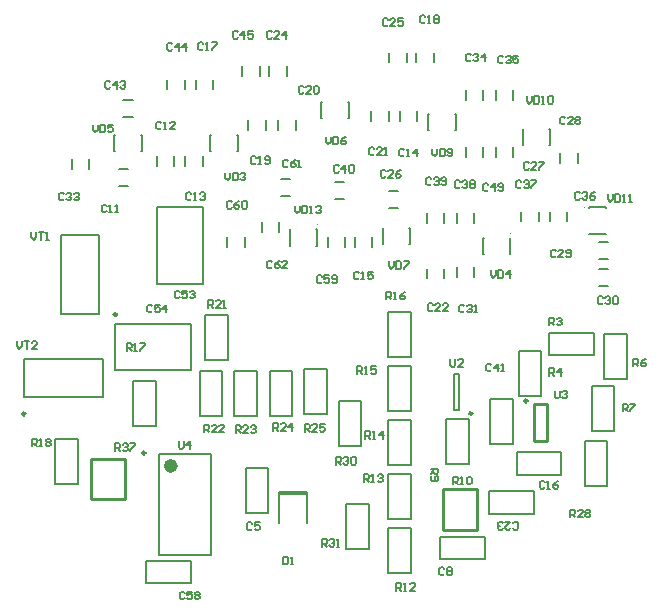
<source format=gto>
%FSLAX25Y25*%
%MOIN*%
G70*
G01*
G75*
G04 Layer_Color=65535*
%ADD10C,0.01000*%
%ADD11C,0.04000*%
%ADD12C,0.02000*%
%ADD13R,0.08661X0.03937*%
%ADD14R,0.08661X0.12992*%
G04:AMPARAMS|DCode=15|XSize=62.99mil|YSize=39.37mil|CornerRadius=9.84mil|HoleSize=0mil|Usage=FLASHONLY|Rotation=0.000|XOffset=0mil|YOffset=0mil|HoleType=Round|Shape=RoundedRectangle|*
%AMROUNDEDRECTD15*
21,1,0.06299,0.01969,0,0,0.0*
21,1,0.04331,0.03937,0,0,0.0*
1,1,0.01969,0.02165,-0.00984*
1,1,0.01969,-0.02165,-0.00984*
1,1,0.01969,-0.02165,0.00984*
1,1,0.01969,0.02165,0.00984*
%
%ADD15ROUNDEDRECTD15*%
G04:AMPARAMS|DCode=16|XSize=62.99mil|YSize=39.37mil|CornerRadius=9.84mil|HoleSize=0mil|Usage=FLASHONLY|Rotation=90.000|XOffset=0mil|YOffset=0mil|HoleType=Round|Shape=RoundedRectangle|*
%AMROUNDEDRECTD16*
21,1,0.06299,0.01969,0,0,90.0*
21,1,0.04331,0.03937,0,0,90.0*
1,1,0.01969,0.00984,0.02165*
1,1,0.01969,0.00984,-0.02165*
1,1,0.01969,-0.00984,-0.02165*
1,1,0.01969,-0.00984,0.02165*
%
%ADD16ROUNDEDRECTD16*%
%ADD17R,0.01378X0.04921*%
G04:AMPARAMS|DCode=18|XSize=47.24mil|YSize=59.06mil|CornerRadius=11.81mil|HoleSize=0mil|Usage=FLASHONLY|Rotation=0.000|XOffset=0mil|YOffset=0mil|HoleType=Round|Shape=RoundedRectangle|*
%AMROUNDEDRECTD18*
21,1,0.04724,0.03543,0,0,0.0*
21,1,0.02362,0.05906,0,0,0.0*
1,1,0.02362,0.01181,-0.01772*
1,1,0.02362,-0.01181,-0.01772*
1,1,0.02362,-0.01181,0.01772*
1,1,0.02362,0.01181,0.01772*
%
%ADD18ROUNDEDRECTD18*%
G04:AMPARAMS|DCode=19|XSize=47.24mil|YSize=59.06mil|CornerRadius=11.81mil|HoleSize=0mil|Usage=FLASHONLY|Rotation=270.000|XOffset=0mil|YOffset=0mil|HoleType=Round|Shape=RoundedRectangle|*
%AMROUNDEDRECTD19*
21,1,0.04724,0.03543,0,0,270.0*
21,1,0.02362,0.05906,0,0,270.0*
1,1,0.02362,-0.01772,-0.01181*
1,1,0.02362,-0.01772,0.01181*
1,1,0.02362,0.01772,0.01181*
1,1,0.02362,0.01772,-0.01181*
%
%ADD19ROUNDEDRECTD19*%
%ADD20O,0.06890X0.01772*%
%ADD21R,0.02362X0.01969*%
%ADD22R,0.04921X0.01378*%
%ADD23R,0.13780X0.04724*%
%ADD24R,0.04331X0.02559*%
%ADD25R,0.03937X0.08661*%
%ADD26R,0.12992X0.08661*%
%ADD27R,0.10236X0.06102*%
%ADD28R,0.04724X0.13780*%
%ADD29R,0.03937X0.01969*%
%ADD30C,0.11811*%
%ADD31C,0.00800*%
%ADD32C,0.23622*%
%ADD33C,0.05000*%
%ADD34R,0.05906X0.03150*%
%ADD35R,0.11811X0.08268*%
%ADD36R,0.07874X0.14764*%
%ADD37R,0.05118X0.02362*%
%ADD38R,0.12992X0.05512*%
%ADD39R,0.02559X0.04331*%
%ADD40R,0.07874X0.05906*%
%ADD41O,0.05000X0.02992*%
%ADD42R,0.03543X0.03740*%
%ADD43R,0.03543X0.03740*%
%ADD44O,0.07087X0.01181*%
%ADD45O,0.01181X0.07087*%
%ADD46O,0.08661X0.02362*%
%ADD47R,0.07480X0.13386*%
%ADD48R,0.13386X0.07480*%
%ADD49R,0.08268X0.11811*%
%ADD50R,0.03150X0.05906*%
%ADD51R,0.05512X0.03937*%
%ADD52R,0.03937X0.03347*%
%ADD53R,0.03937X0.05512*%
%ADD54R,0.01969X0.03937*%
%ADD55R,0.06299X0.13386*%
%ADD56R,0.13386X0.06299*%
%ADD57R,0.02362X0.05118*%
%ADD58O,0.09055X0.02362*%
%ADD59R,0.14764X0.07874*%
%ADD60C,0.00984*%
%ADD61C,0.00394*%
%ADD62C,0.02362*%
%ADD63C,0.00787*%
D10*
X348665Y187999D02*
G03*
X348665Y187999I-502J0D01*
G01*
X351116Y186907D02*
X355053D01*
Y174702D02*
Y186907D01*
X350722Y174702D02*
X355053D01*
X350722D02*
Y186907D01*
D31*
X183200Y244199D02*
Y242533D01*
X184033Y241700D01*
X184866Y242533D01*
Y244199D01*
X185699D02*
X187365D01*
X186532D01*
Y241700D01*
X188198D02*
X189031D01*
X188615D01*
Y244199D01*
X188198Y243783D01*
X194166Y256883D02*
X193750Y257299D01*
X192917D01*
X192500Y256883D01*
Y255217D01*
X192917Y254800D01*
X193750D01*
X194166Y255217D01*
X194999Y256883D02*
X195416Y257299D01*
X196249D01*
X196665Y256883D01*
Y256466D01*
X196249Y256050D01*
X195832D01*
X196249D01*
X196665Y255633D01*
Y255217D01*
X196249Y254800D01*
X195416D01*
X194999Y255217D01*
X197498Y256883D02*
X197915Y257299D01*
X198748D01*
X199164Y256883D01*
Y256466D01*
X198748Y256050D01*
X198331D01*
X198748D01*
X199164Y255633D01*
Y255217D01*
X198748Y254800D01*
X197915D01*
X197498Y255217D01*
X268866Y267983D02*
X268450Y268399D01*
X267617D01*
X267200Y267983D01*
Y266317D01*
X267617Y265900D01*
X268450D01*
X268866Y266317D01*
X271365Y268399D02*
X270532Y267983D01*
X269699Y267150D01*
Y266317D01*
X270116Y265900D01*
X270949D01*
X271365Y266317D01*
Y266733D01*
X270949Y267150D01*
X269699D01*
X272198Y265900D02*
X273031D01*
X272615D01*
Y268399D01*
X272198Y267983D01*
X263566Y234283D02*
X263150Y234699D01*
X262316D01*
X261900Y234283D01*
Y232616D01*
X262316Y232200D01*
X263150D01*
X263566Y232616D01*
X266065Y234699D02*
X265232Y234283D01*
X264399Y233450D01*
Y232616D01*
X264816Y232200D01*
X265649D01*
X266065Y232616D01*
Y233033D01*
X265649Y233450D01*
X264399D01*
X268565Y232200D02*
X266898D01*
X268565Y233866D01*
Y234283D01*
X268148Y234699D01*
X267315D01*
X266898Y234283D01*
X271100Y252999D02*
Y251333D01*
X271933Y250500D01*
X272766Y251333D01*
Y252999D01*
X273599D02*
Y250500D01*
X274849D01*
X275265Y250917D01*
Y252583D01*
X274849Y252999D01*
X273599D01*
X276098Y250500D02*
X276931D01*
X276515D01*
Y252999D01*
X276098Y252583D01*
X278181D02*
X278598Y252999D01*
X279431D01*
X279847Y252583D01*
Y252166D01*
X279431Y251750D01*
X279014D01*
X279431D01*
X279847Y251333D01*
Y250917D01*
X279431Y250500D01*
X278598D01*
X278181Y250917D01*
X280166Y229383D02*
X279750Y229799D01*
X278917D01*
X278500Y229383D01*
Y227716D01*
X278917Y227300D01*
X279750D01*
X280166Y227716D01*
X282665Y229799D02*
X280999D01*
Y228550D01*
X281832Y228966D01*
X282249D01*
X282665Y228550D01*
Y227716D01*
X282249Y227300D01*
X281416D01*
X280999Y227716D01*
X283498D02*
X283915Y227300D01*
X284748D01*
X285164Y227716D01*
Y229383D01*
X284748Y229799D01*
X283915D01*
X283498Y229383D01*
Y228966D01*
X283915Y228550D01*
X285164D01*
X343834Y145517D02*
X344250Y145101D01*
X345083D01*
X345500Y145517D01*
Y147184D01*
X345083Y147600D01*
X344250D01*
X343834Y147184D01*
X341335Y147600D02*
X343001D01*
X341335Y145934D01*
Y145517D01*
X341751Y145101D01*
X342584D01*
X343001Y145517D01*
X340502D02*
X340085Y145101D01*
X339252D01*
X338836Y145517D01*
Y145934D01*
X339252Y146350D01*
X339669D01*
X339252D01*
X338836Y146767D01*
Y147184D01*
X339252Y147600D01*
X340085D01*
X340502Y147184D01*
X336666Y199883D02*
X336250Y200299D01*
X335417D01*
X335000Y199883D01*
Y198216D01*
X335417Y197800D01*
X336250D01*
X336666Y198216D01*
X338749Y197800D02*
Y200299D01*
X337499Y199050D01*
X339165D01*
X339998Y197800D02*
X340831D01*
X340415D01*
Y200299D01*
X339998Y199883D01*
X363000Y149200D02*
Y151699D01*
X364250D01*
X364666Y151283D01*
Y150450D01*
X364250Y150033D01*
X363000D01*
X363833D02*
X364666Y149200D01*
X367165D02*
X365499D01*
X367165Y150866D01*
Y151283D01*
X366749Y151699D01*
X365916D01*
X365499Y151283D01*
X367998D02*
X368415Y151699D01*
X369248D01*
X369665Y151283D01*
Y150866D01*
X369248Y150450D01*
X369665Y150033D01*
Y149617D01*
X369248Y149200D01*
X368415D01*
X367998Y149617D01*
Y150033D01*
X368415Y150450D01*
X367998Y150866D01*
Y151283D01*
X368415Y150450D02*
X369248D01*
X234366Y123983D02*
X233950Y124399D01*
X233117D01*
X232700Y123983D01*
Y122317D01*
X233117Y121900D01*
X233950D01*
X234366Y122317D01*
X236865Y124399D02*
X235199D01*
Y123150D01*
X236032Y123566D01*
X236449D01*
X236865Y123150D01*
Y122317D01*
X236449Y121900D01*
X235616D01*
X235199Y122317D01*
X237698Y123983D02*
X238115Y124399D01*
X238948D01*
X239365Y123983D01*
Y123566D01*
X238948Y123150D01*
X239365Y122733D01*
Y122317D01*
X238948Y121900D01*
X238115D01*
X237698Y122317D01*
Y122733D01*
X238115Y123150D01*
X237698Y123566D01*
Y123983D01*
X238115Y123150D02*
X238948D01*
X232400Y174599D02*
Y172517D01*
X232817Y172100D01*
X233650D01*
X234066Y172517D01*
Y174599D01*
X236149Y172100D02*
Y174599D01*
X234899Y173350D01*
X236565D01*
X209666Y294183D02*
X209250Y294599D01*
X208417D01*
X208000Y294183D01*
Y292516D01*
X208417Y292100D01*
X209250D01*
X209666Y292516D01*
X211749Y292100D02*
Y294599D01*
X210499Y293350D01*
X212165D01*
X212998Y294183D02*
X213415Y294599D01*
X214248D01*
X214665Y294183D01*
Y293766D01*
X214248Y293350D01*
X213831D01*
X214248D01*
X214665Y292933D01*
Y292516D01*
X214248Y292100D01*
X213415D01*
X212998Y292516D01*
X211200Y171300D02*
Y173799D01*
X212450D01*
X212866Y173383D01*
Y172550D01*
X212450Y172133D01*
X211200D01*
X212033D02*
X212866Y171300D01*
X213699Y173383D02*
X214116Y173799D01*
X214949D01*
X215365Y173383D01*
Y172966D01*
X214949Y172550D01*
X214532D01*
X214949D01*
X215365Y172133D01*
Y171716D01*
X214949Y171300D01*
X214116D01*
X213699Y171716D01*
X216198Y173799D02*
X217864D01*
Y173383D01*
X216198Y171716D01*
Y171300D01*
X280100Y139400D02*
Y141899D01*
X281350D01*
X281766Y141483D01*
Y140650D01*
X281350Y140233D01*
X280100D01*
X280933D02*
X281766Y139400D01*
X282599Y141483D02*
X283016Y141899D01*
X283849D01*
X284265Y141483D01*
Y141066D01*
X283849Y140650D01*
X283432D01*
X283849D01*
X284265Y140233D01*
Y139816D01*
X283849Y139400D01*
X283016D01*
X282599Y139816D01*
X285098Y139400D02*
X285931D01*
X285515D01*
Y141899D01*
X285098Y141483D01*
X284800Y166700D02*
Y169199D01*
X286050D01*
X286466Y168783D01*
Y167950D01*
X286050Y167533D01*
X284800D01*
X285633D02*
X286466Y166700D01*
X287299Y168783D02*
X287716Y169199D01*
X288549D01*
X288965Y168783D01*
Y168366D01*
X288549Y167950D01*
X288132D01*
X288549D01*
X288965Y167533D01*
Y167116D01*
X288549Y166700D01*
X287716D01*
X287299Y167116D01*
X289798Y168783D02*
X290215Y169199D01*
X291048D01*
X291464Y168783D01*
Y167116D01*
X291048Y166700D01*
X290215D01*
X289798Y167116D01*
Y168783D01*
X354366Y160783D02*
X353950Y161199D01*
X353116D01*
X352700Y160783D01*
Y159116D01*
X353116Y158700D01*
X353950D01*
X354366Y159116D01*
X355199Y158700D02*
X356032D01*
X355616D01*
Y161199D01*
X355199Y160783D01*
X358948Y161199D02*
X358115Y160783D01*
X357282Y159950D01*
Y159116D01*
X357698Y158700D01*
X358531D01*
X358948Y159116D01*
Y159533D01*
X358531Y159950D01*
X357282D01*
X335666Y260083D02*
X335250Y260499D01*
X334417D01*
X334000Y260083D01*
Y258417D01*
X334417Y258000D01*
X335250D01*
X335666Y258417D01*
X337749Y258000D02*
Y260499D01*
X336499Y259250D01*
X338165D01*
X338998Y258417D02*
X339415Y258000D01*
X340248D01*
X340665Y258417D01*
Y260083D01*
X340248Y260499D01*
X339415D01*
X338998Y260083D01*
Y259666D01*
X339415Y259250D01*
X340665D01*
X252166Y310783D02*
X251750Y311199D01*
X250917D01*
X250500Y310783D01*
Y309117D01*
X250917Y308700D01*
X251750D01*
X252166Y309117D01*
X254249Y308700D02*
Y311199D01*
X252999Y309950D01*
X254665D01*
X257165Y311199D02*
X255498D01*
Y309950D01*
X256331Y310366D01*
X256748D01*
X257165Y309950D01*
Y309117D01*
X256748Y308700D01*
X255915D01*
X255498Y309117D01*
X230316Y306833D02*
X229900Y307249D01*
X229066D01*
X228650Y306833D01*
Y305167D01*
X229066Y304750D01*
X229900D01*
X230316Y305167D01*
X232399Y304750D02*
Y307249D01*
X231149Y306000D01*
X232815D01*
X234898Y304750D02*
Y307249D01*
X233648Y306000D01*
X235314D01*
X375500Y256799D02*
Y255133D01*
X376333Y254300D01*
X377166Y255133D01*
Y256799D01*
X377999D02*
Y254300D01*
X379249D01*
X379665Y254716D01*
Y256383D01*
X379249Y256799D01*
X377999D01*
X380498Y254300D02*
X381331D01*
X380915D01*
Y256799D01*
X380498Y256383D01*
X382581Y254300D02*
X383414D01*
X382998D01*
Y256799D01*
X382581Y256383D01*
X348400Y289599D02*
Y287933D01*
X349233Y287100D01*
X350066Y287933D01*
Y289599D01*
X350899D02*
Y287100D01*
X352149D01*
X352565Y287516D01*
Y289183D01*
X352149Y289599D01*
X350899D01*
X353398Y287100D02*
X354231D01*
X353815D01*
Y289599D01*
X353398Y289183D01*
X355481D02*
X355898Y289599D01*
X356731D01*
X357147Y289183D01*
Y287516D01*
X356731Y287100D01*
X355898D01*
X355481Y287516D01*
Y289183D01*
X317000Y271999D02*
Y270333D01*
X317833Y269500D01*
X318666Y270333D01*
Y271999D01*
X319499D02*
Y269500D01*
X320749D01*
X321165Y269917D01*
Y271583D01*
X320749Y271999D01*
X319499D01*
X321998Y269917D02*
X322415Y269500D01*
X323248D01*
X323664Y269917D01*
Y271583D01*
X323248Y271999D01*
X322415D01*
X321998Y271583D01*
Y271166D01*
X322415Y270750D01*
X323664D01*
X285766Y266183D02*
X285350Y266599D01*
X284517D01*
X284100Y266183D01*
Y264516D01*
X284517Y264100D01*
X285350D01*
X285766Y264516D01*
X287849Y264100D02*
Y266599D01*
X286599Y265350D01*
X288265D01*
X289098Y266183D02*
X289515Y266599D01*
X290348D01*
X290764Y266183D01*
Y264516D01*
X290348Y264100D01*
X289515D01*
X289098Y264516D01*
Y266183D01*
X316666Y262083D02*
X316250Y262499D01*
X315417D01*
X315000Y262083D01*
Y260417D01*
X315417Y260000D01*
X316250D01*
X316666Y260417D01*
X317499Y262083D02*
X317916Y262499D01*
X318749D01*
X319165Y262083D01*
Y261666D01*
X318749Y261250D01*
X318332D01*
X318749D01*
X319165Y260833D01*
Y260417D01*
X318749Y260000D01*
X317916D01*
X317499Y260417D01*
X319998D02*
X320415Y260000D01*
X321248D01*
X321665Y260417D01*
Y262083D01*
X321248Y262499D01*
X320415D01*
X319998Y262083D01*
Y261666D01*
X320415Y261250D01*
X321665D01*
X326166Y261083D02*
X325750Y261499D01*
X324917D01*
X324500Y261083D01*
Y259417D01*
X324917Y259000D01*
X325750D01*
X326166Y259417D01*
X326999Y261083D02*
X327416Y261499D01*
X328249D01*
X328665Y261083D01*
Y260666D01*
X328249Y260250D01*
X327832D01*
X328249D01*
X328665Y259833D01*
Y259417D01*
X328249Y259000D01*
X327416D01*
X326999Y259417D01*
X329498Y261083D02*
X329915Y261499D01*
X330748D01*
X331165Y261083D01*
Y260666D01*
X330748Y260250D01*
X331165Y259833D01*
Y259417D01*
X330748Y259000D01*
X329915D01*
X329498Y259417D01*
Y259833D01*
X329915Y260250D01*
X329498Y260666D01*
Y261083D01*
X329915Y260250D02*
X330748D01*
X346666Y261083D02*
X346250Y261499D01*
X345416D01*
X345000Y261083D01*
Y259417D01*
X345416Y259000D01*
X346250D01*
X346666Y259417D01*
X347499Y261083D02*
X347916Y261499D01*
X348749D01*
X349165Y261083D01*
Y260666D01*
X348749Y260250D01*
X348332D01*
X348749D01*
X349165Y259833D01*
Y259417D01*
X348749Y259000D01*
X347916D01*
X347499Y259417D01*
X349998Y261499D02*
X351664D01*
Y261083D01*
X349998Y259417D01*
Y259000D01*
X366166Y257183D02*
X365750Y257599D01*
X364916D01*
X364500Y257183D01*
Y255517D01*
X364916Y255100D01*
X365750D01*
X366166Y255517D01*
X366999Y257183D02*
X367416Y257599D01*
X368249D01*
X368665Y257183D01*
Y256766D01*
X368249Y256350D01*
X367832D01*
X368249D01*
X368665Y255933D01*
Y255517D01*
X368249Y255100D01*
X367416D01*
X366999Y255517D01*
X371164Y257599D02*
X370331Y257183D01*
X369498Y256350D01*
Y255517D01*
X369915Y255100D01*
X370748D01*
X371164Y255517D01*
Y255933D01*
X370748Y256350D01*
X369498D01*
X340666Y302583D02*
X340250Y302999D01*
X339417D01*
X339000Y302583D01*
Y300917D01*
X339417Y300500D01*
X340250D01*
X340666Y300917D01*
X341499Y302583D02*
X341916Y302999D01*
X342749D01*
X343165Y302583D01*
Y302166D01*
X342749Y301750D01*
X342332D01*
X342749D01*
X343165Y301333D01*
Y300917D01*
X342749Y300500D01*
X341916D01*
X341499Y300917D01*
X345665Y302999D02*
X343998D01*
Y301750D01*
X344831Y302166D01*
X345248D01*
X345665Y301750D01*
Y300917D01*
X345248Y300500D01*
X344415D01*
X343998Y300917D01*
X329816Y303333D02*
X329400Y303749D01*
X328567D01*
X328150Y303333D01*
Y301666D01*
X328567Y301250D01*
X329400D01*
X329816Y301666D01*
X330649Y303333D02*
X331066Y303749D01*
X331899D01*
X332315Y303333D01*
Y302916D01*
X331899Y302500D01*
X331482D01*
X331899D01*
X332315Y302083D01*
Y301666D01*
X331899Y301250D01*
X331066D01*
X330649Y301666D01*
X334398Y301250D02*
Y303749D01*
X333148Y302500D01*
X334815D01*
X327666Y219583D02*
X327250Y219999D01*
X326416D01*
X326000Y219583D01*
Y217916D01*
X326416Y217500D01*
X327250D01*
X327666Y217916D01*
X328499Y219583D02*
X328916Y219999D01*
X329749D01*
X330165Y219583D01*
Y219166D01*
X329749Y218750D01*
X329332D01*
X329749D01*
X330165Y218333D01*
Y217916D01*
X329749Y217500D01*
X328916D01*
X328499Y217916D01*
X330998Y217500D02*
X331831D01*
X331415D01*
Y219999D01*
X330998Y219583D01*
X373766Y222383D02*
X373350Y222799D01*
X372516D01*
X372100Y222383D01*
Y220717D01*
X372516Y220300D01*
X373350D01*
X373766Y220717D01*
X374599Y222383D02*
X375016Y222799D01*
X375849D01*
X376265Y222383D01*
Y221966D01*
X375849Y221550D01*
X375432D01*
X375849D01*
X376265Y221133D01*
Y220717D01*
X375849Y220300D01*
X375016D01*
X374599Y220717D01*
X377098Y222383D02*
X377515Y222799D01*
X378348D01*
X378765Y222383D01*
Y220717D01*
X378348Y220300D01*
X377515D01*
X377098Y220717D01*
Y222383D01*
X358166Y237983D02*
X357750Y238399D01*
X356916D01*
X356500Y237983D01*
Y236316D01*
X356916Y235900D01*
X357750D01*
X358166Y236316D01*
X360665Y235900D02*
X358999D01*
X360665Y237566D01*
Y237983D01*
X360249Y238399D01*
X359416D01*
X358999Y237983D01*
X361498Y236316D02*
X361915Y235900D01*
X362748D01*
X363164Y236316D01*
Y237983D01*
X362748Y238399D01*
X361915D01*
X361498Y237983D01*
Y237566D01*
X361915Y237150D01*
X363164D01*
X361316Y282333D02*
X360900Y282749D01*
X360067D01*
X359650Y282333D01*
Y280666D01*
X360067Y280250D01*
X360900D01*
X361316Y280666D01*
X363815Y280250D02*
X362149D01*
X363815Y281916D01*
Y282333D01*
X363399Y282749D01*
X362566D01*
X362149Y282333D01*
X364648D02*
X365065Y282749D01*
X365898D01*
X366315Y282333D01*
Y281916D01*
X365898Y281500D01*
X366315Y281083D01*
Y280666D01*
X365898Y280250D01*
X365065D01*
X364648Y280666D01*
Y281083D01*
X365065Y281500D01*
X364648Y281916D01*
Y282333D01*
X365065Y281500D02*
X365898D01*
X349166Y267177D02*
X348750Y267594D01*
X347917D01*
X347500Y267177D01*
Y265511D01*
X347917Y265094D01*
X348750D01*
X349166Y265511D01*
X351665Y265094D02*
X349999D01*
X351665Y266761D01*
Y267177D01*
X351249Y267594D01*
X350416D01*
X349999Y267177D01*
X352498Y267594D02*
X354165D01*
Y267177D01*
X352498Y265511D01*
Y265094D01*
X301366Y264483D02*
X300950Y264899D01*
X300116D01*
X299700Y264483D01*
Y262817D01*
X300116Y262400D01*
X300950D01*
X301366Y262817D01*
X303865Y262400D02*
X302199D01*
X303865Y264066D01*
Y264483D01*
X303449Y264899D01*
X302616D01*
X302199Y264483D01*
X306364Y264899D02*
X305531Y264483D01*
X304698Y263650D01*
Y262817D01*
X305115Y262400D01*
X305948D01*
X306364Y262817D01*
Y263233D01*
X305948Y263650D01*
X304698D01*
X302500Y234499D02*
Y232833D01*
X303333Y232000D01*
X304166Y232833D01*
Y234499D01*
X304999D02*
Y232000D01*
X306249D01*
X306665Y232417D01*
Y234083D01*
X306249Y234499D01*
X304999D01*
X307498D02*
X309165D01*
Y234083D01*
X307498Y232417D01*
Y232000D01*
X281500Y275999D02*
Y274333D01*
X282333Y273500D01*
X283166Y274333D01*
Y275999D01*
X283999D02*
Y273500D01*
X285249D01*
X285665Y273917D01*
Y275583D01*
X285249Y275999D01*
X283999D01*
X288164D02*
X287331Y275583D01*
X286498Y274750D01*
Y273917D01*
X286915Y273500D01*
X287748D01*
X288164Y273917D01*
Y274333D01*
X287748Y274750D01*
X286498D01*
X336500Y231499D02*
Y229833D01*
X337333Y229000D01*
X338166Y229833D01*
Y231499D01*
X338999D02*
Y229000D01*
X340249D01*
X340665Y229416D01*
Y231083D01*
X340249Y231499D01*
X338999D01*
X342748Y229000D02*
Y231499D01*
X341498Y230250D01*
X343164D01*
X302166Y315083D02*
X301750Y315499D01*
X300917D01*
X300500Y315083D01*
Y313417D01*
X300917Y313000D01*
X301750D01*
X302166Y313417D01*
X304665Y313000D02*
X302999D01*
X304665Y314666D01*
Y315083D01*
X304249Y315499D01*
X303416D01*
X302999Y315083D01*
X307165Y315499D02*
X305498D01*
Y314250D01*
X306331Y314666D01*
X306748D01*
X307165Y314250D01*
Y313417D01*
X306748Y313000D01*
X305915D01*
X305498Y313417D01*
X263466Y310783D02*
X263050Y311199D01*
X262216D01*
X261800Y310783D01*
Y309117D01*
X262216Y308700D01*
X263050D01*
X263466Y309117D01*
X265965Y308700D02*
X264299D01*
X265965Y310366D01*
Y310783D01*
X265549Y311199D01*
X264716D01*
X264299Y310783D01*
X268048Y308700D02*
Y311199D01*
X266798Y309950D01*
X268464D01*
X317166Y220083D02*
X316750Y220499D01*
X315916D01*
X315500Y220083D01*
Y218417D01*
X315916Y218000D01*
X316750D01*
X317166Y218417D01*
X319665Y218000D02*
X317999D01*
X319665Y219666D01*
Y220083D01*
X319249Y220499D01*
X318416D01*
X317999Y220083D01*
X322165Y218000D02*
X320498D01*
X322165Y219666D01*
Y220083D01*
X321748Y220499D01*
X320915D01*
X320498Y220083D01*
X297666Y272083D02*
X297250Y272499D01*
X296416D01*
X296000Y272083D01*
Y270416D01*
X296416Y270000D01*
X297250D01*
X297666Y270416D01*
X300165Y270000D02*
X298499D01*
X300165Y271666D01*
Y272083D01*
X299749Y272499D01*
X298916D01*
X298499Y272083D01*
X300998Y270000D02*
X301831D01*
X301415D01*
Y272499D01*
X300998Y272083D01*
X274066Y292483D02*
X273650Y292899D01*
X272816D01*
X272400Y292483D01*
Y290816D01*
X272816Y290400D01*
X273650D01*
X274066Y290816D01*
X276565Y290400D02*
X274899D01*
X276565Y292066D01*
Y292483D01*
X276149Y292899D01*
X275316D01*
X274899Y292483D01*
X277398D02*
X277815Y292899D01*
X278648D01*
X279064Y292483D01*
Y290816D01*
X278648Y290400D01*
X277815D01*
X277398Y290816D01*
Y292483D01*
X258166Y269083D02*
X257750Y269499D01*
X256916D01*
X256500Y269083D01*
Y267417D01*
X256916Y267000D01*
X257750D01*
X258166Y267417D01*
X258999Y267000D02*
X259832D01*
X259416D01*
Y269499D01*
X258999Y269083D01*
X261082Y267417D02*
X261498Y267000D01*
X262331D01*
X262748Y267417D01*
Y269083D01*
X262331Y269499D01*
X261498D01*
X261082Y269083D01*
Y268666D01*
X261498Y268250D01*
X262748D01*
X314666Y316083D02*
X314250Y316499D01*
X313417D01*
X313000Y316083D01*
Y314417D01*
X313417Y314000D01*
X314250D01*
X314666Y314417D01*
X315499Y314000D02*
X316332D01*
X315916D01*
Y316499D01*
X315499Y316083D01*
X317582D02*
X317998Y316499D01*
X318831D01*
X319248Y316083D01*
Y315666D01*
X318831Y315250D01*
X319248Y314833D01*
Y314417D01*
X318831Y314000D01*
X317998D01*
X317582Y314417D01*
Y314833D01*
X317998Y315250D01*
X317582Y315666D01*
Y316083D01*
X317998Y315250D02*
X318831D01*
X240666Y307083D02*
X240250Y307499D01*
X239417D01*
X239000Y307083D01*
Y305416D01*
X239417Y305000D01*
X240250D01*
X240666Y305416D01*
X241499Y305000D02*
X242332D01*
X241916D01*
Y307499D01*
X241499Y307083D01*
X243582Y307499D02*
X245248D01*
Y307083D01*
X243582Y305416D01*
Y305000D01*
X292466Y230583D02*
X292050Y230999D01*
X291216D01*
X290800Y230583D01*
Y228917D01*
X291216Y228500D01*
X292050D01*
X292466Y228917D01*
X293299Y228500D02*
X294132D01*
X293716D01*
Y230999D01*
X293299Y230583D01*
X297048Y230999D02*
X295382D01*
Y229750D01*
X296215Y230166D01*
X296631D01*
X297048Y229750D01*
Y228917D01*
X296631Y228500D01*
X295798D01*
X295382Y228917D01*
X307666Y271583D02*
X307250Y271999D01*
X306417D01*
X306000Y271583D01*
Y269917D01*
X306417Y269500D01*
X307250D01*
X307666Y269917D01*
X308499Y269500D02*
X309332D01*
X308916D01*
Y271999D01*
X308499Y271583D01*
X311831Y269500D02*
Y271999D01*
X310582Y270750D01*
X312248D01*
X236666Y257083D02*
X236250Y257499D01*
X235417D01*
X235000Y257083D01*
Y255416D01*
X235417Y255000D01*
X236250D01*
X236666Y255416D01*
X237499Y255000D02*
X238332D01*
X237916D01*
Y257499D01*
X237499Y257083D01*
X239582D02*
X239998Y257499D01*
X240831D01*
X241248Y257083D01*
Y256666D01*
X240831Y256250D01*
X240415D01*
X240831D01*
X241248Y255833D01*
Y255416D01*
X240831Y255000D01*
X239998D01*
X239582Y255416D01*
X226666Y280583D02*
X226250Y280999D01*
X225416D01*
X225000Y280583D01*
Y278917D01*
X225416Y278500D01*
X226250D01*
X226666Y278917D01*
X227499Y278500D02*
X228332D01*
X227916D01*
Y280999D01*
X227499Y280583D01*
X231248Y278500D02*
X229582D01*
X231248Y280166D01*
Y280583D01*
X230831Y280999D01*
X229998D01*
X229582Y280583D01*
X208366Y252883D02*
X207950Y253299D01*
X207117D01*
X206700Y252883D01*
Y251217D01*
X207117Y250800D01*
X207950D01*
X208366Y251217D01*
X209199Y250800D02*
X210032D01*
X209616D01*
Y253299D01*
X209199Y252883D01*
X211282Y250800D02*
X212115D01*
X211698D01*
Y253299D01*
X211282Y252883D01*
X323800Y160200D02*
Y162699D01*
X325050D01*
X325466Y162283D01*
Y161450D01*
X325050Y161033D01*
X323800D01*
X324633D02*
X325466Y160200D01*
X326299D02*
X327132D01*
X326716D01*
Y162699D01*
X326299Y162283D01*
X328382D02*
X328798Y162699D01*
X329631D01*
X330048Y162283D01*
Y160617D01*
X329631Y160200D01*
X328798D01*
X328382Y160617D01*
Y162283D01*
X320966Y132083D02*
X320550Y132499D01*
X319717D01*
X319300Y132083D01*
Y130417D01*
X319717Y130000D01*
X320550D01*
X320966Y130417D01*
X321799Y132083D02*
X322216Y132499D01*
X323049D01*
X323465Y132083D01*
Y131666D01*
X323049Y131250D01*
X323465Y130833D01*
Y130417D01*
X323049Y130000D01*
X322216D01*
X321799Y130417D01*
Y130833D01*
X322216Y131250D01*
X321799Y131666D01*
Y132083D01*
X322216Y131250D02*
X323049D01*
X232730Y224356D02*
X232313Y224773D01*
X231480D01*
X231064Y224356D01*
Y222690D01*
X231480Y222273D01*
X232313D01*
X232730Y222690D01*
X235229Y224773D02*
X233563D01*
Y223523D01*
X234396Y223939D01*
X234813D01*
X235229Y223523D01*
Y222690D01*
X234813Y222273D01*
X233980D01*
X233563Y222690D01*
X236062Y224356D02*
X236479Y224773D01*
X237312D01*
X237728Y224356D01*
Y223939D01*
X237312Y223523D01*
X236895D01*
X237312D01*
X237728Y223106D01*
Y222690D01*
X237312Y222273D01*
X236479D01*
X236062Y222690D01*
X304900Y124700D02*
Y127199D01*
X306150D01*
X306566Y126783D01*
Y125950D01*
X306150Y125533D01*
X304900D01*
X305733D02*
X306566Y124700D01*
X307399D02*
X308232D01*
X307816D01*
Y127199D01*
X307399Y126783D01*
X311148Y124700D02*
X309482D01*
X311148Y126366D01*
Y126783D01*
X310731Y127199D01*
X309898D01*
X309482Y126783D01*
X294100Y161000D02*
Y163499D01*
X295350D01*
X295766Y163083D01*
Y162250D01*
X295350Y161833D01*
X294100D01*
X294933D02*
X295766Y161000D01*
X296599D02*
X297432D01*
X297016D01*
Y163499D01*
X296599Y163083D01*
X298682D02*
X299098Y163499D01*
X299931D01*
X300348Y163083D01*
Y162666D01*
X299931Y162250D01*
X299515D01*
X299931D01*
X300348Y161833D01*
Y161416D01*
X299931Y161000D01*
X299098D01*
X298682Y161416D01*
X294600Y175400D02*
Y177899D01*
X295850D01*
X296266Y177483D01*
Y176650D01*
X295850Y176233D01*
X294600D01*
X295433D02*
X296266Y175400D01*
X297099D02*
X297932D01*
X297516D01*
Y177899D01*
X297099Y177483D01*
X300431Y175400D02*
Y177899D01*
X299182Y176650D01*
X300848D01*
X291900Y197000D02*
Y199499D01*
X293150D01*
X293566Y199083D01*
Y198250D01*
X293150Y197833D01*
X291900D01*
X292733D02*
X293566Y197000D01*
X294399D02*
X295232D01*
X294816D01*
Y199499D01*
X294399Y199083D01*
X298148Y199499D02*
X296482D01*
Y198250D01*
X297315Y198666D01*
X297731D01*
X298148Y198250D01*
Y197416D01*
X297731Y197000D01*
X296898D01*
X296482Y197416D01*
X301600Y221800D02*
Y224299D01*
X302850D01*
X303266Y223883D01*
Y223050D01*
X302850Y222633D01*
X301600D01*
X302433D02*
X303266Y221800D01*
X304099D02*
X304932D01*
X304516D01*
Y224299D01*
X304099Y223883D01*
X307848Y224299D02*
X307015Y223883D01*
X306182Y223050D01*
Y222217D01*
X306598Y221800D01*
X307431D01*
X307848Y222217D01*
Y222633D01*
X307431Y223050D01*
X306182D01*
X215029Y204633D02*
Y207133D01*
X216279D01*
X216695Y206716D01*
Y205883D01*
X216279Y205467D01*
X215029D01*
X215862D02*
X216695Y204633D01*
X217529D02*
X218362D01*
X217945D01*
Y207133D01*
X217529Y206716D01*
X219611Y207133D02*
X221277D01*
Y206716D01*
X219611Y205050D01*
Y204633D01*
X323000Y201899D02*
Y199817D01*
X323416Y199400D01*
X324250D01*
X324666Y199817D01*
Y201899D01*
X327165Y199400D02*
X325499D01*
X327165Y201066D01*
Y201483D01*
X326749Y201899D01*
X325916D01*
X325499Y201483D01*
X248000Y263999D02*
Y262333D01*
X248833Y261500D01*
X249666Y262333D01*
Y263999D01*
X250499D02*
Y261500D01*
X251749D01*
X252165Y261916D01*
Y263583D01*
X251749Y263999D01*
X250499D01*
X252998Y263583D02*
X253415Y263999D01*
X254248D01*
X254664Y263583D01*
Y263166D01*
X254248Y262750D01*
X253831D01*
X254248D01*
X254664Y262333D01*
Y261916D01*
X254248Y261500D01*
X253415D01*
X252998Y261916D01*
X183500Y172900D02*
Y175399D01*
X184750D01*
X185166Y174983D01*
Y174150D01*
X184750Y173733D01*
X183500D01*
X184333D02*
X185166Y172900D01*
X185999D02*
X186832D01*
X186416D01*
Y175399D01*
X185999Y174983D01*
X188082D02*
X188498Y175399D01*
X189331D01*
X189748Y174983D01*
Y174566D01*
X189331Y174150D01*
X189748Y173733D01*
Y173317D01*
X189331Y172900D01*
X188498D01*
X188082Y173317D01*
Y173733D01*
X188498Y174150D01*
X188082Y174566D01*
Y174983D01*
X188498Y174150D02*
X189331D01*
X178500Y207799D02*
Y206133D01*
X179333Y205300D01*
X180166Y206133D01*
Y207799D01*
X180999D02*
X182665D01*
X181832D01*
Y205300D01*
X185164D02*
X183498D01*
X185164Y206966D01*
Y207383D01*
X184748Y207799D01*
X183915D01*
X183498Y207383D01*
X256866Y147083D02*
X256450Y147499D01*
X255616D01*
X255200Y147083D01*
Y145416D01*
X255616Y145000D01*
X256450D01*
X256866Y145416D01*
X259365Y147499D02*
X257699D01*
Y146250D01*
X258532Y146666D01*
X258949D01*
X259365Y146250D01*
Y145416D01*
X258949Y145000D01*
X258116D01*
X257699Y145416D01*
X267321Y136099D02*
Y133600D01*
X268570D01*
X268987Y134017D01*
Y135683D01*
X268570Y136099D01*
X267321D01*
X269820Y133600D02*
X270653D01*
X270236D01*
Y136099D01*
X269820Y135683D01*
X223666Y219583D02*
X223250Y219999D01*
X222416D01*
X222000Y219583D01*
Y217916D01*
X222416Y217500D01*
X223250D01*
X223666Y217916D01*
X226165Y219999D02*
X224499D01*
Y218750D01*
X225332Y219166D01*
X225749D01*
X226165Y218750D01*
Y217916D01*
X225749Y217500D01*
X224916D01*
X224499Y217916D01*
X228248Y217500D02*
Y219999D01*
X226998Y218750D01*
X228664D01*
X316500Y165400D02*
X318999D01*
Y164150D01*
X318583Y163734D01*
X317750D01*
X317333Y164150D01*
Y165400D01*
Y164567D02*
X316500Y163734D01*
X316916Y162901D02*
X316500Y162484D01*
Y161651D01*
X316916Y161235D01*
X318583D01*
X318999Y161651D01*
Y162484D01*
X318583Y162901D01*
X318166D01*
X317750Y162484D01*
Y161235D01*
X240900Y177600D02*
Y180099D01*
X242150D01*
X242566Y179683D01*
Y178850D01*
X242150Y178433D01*
X240900D01*
X241733D02*
X242566Y177600D01*
X245065D02*
X243399D01*
X245065Y179266D01*
Y179683D01*
X244649Y180099D01*
X243816D01*
X243399Y179683D01*
X247565Y177600D02*
X245898D01*
X247565Y179266D01*
Y179683D01*
X247148Y180099D01*
X246315D01*
X245898Y179683D01*
X263900Y178100D02*
Y180599D01*
X265150D01*
X265566Y180183D01*
Y179350D01*
X265150Y178933D01*
X263900D01*
X264733D02*
X265566Y178100D01*
X268065D02*
X266399D01*
X268065Y179766D01*
Y180183D01*
X267649Y180599D01*
X266816D01*
X266399Y180183D01*
X270148Y178100D02*
Y180599D01*
X268898Y179350D01*
X270565D01*
X242200Y219100D02*
Y221599D01*
X243450D01*
X243866Y221183D01*
Y220350D01*
X243450Y219933D01*
X242200D01*
X243033D02*
X243866Y219100D01*
X246365D02*
X244699D01*
X246365Y220766D01*
Y221183D01*
X245949Y221599D01*
X245116D01*
X244699Y221183D01*
X247198Y219100D02*
X248031D01*
X247615D01*
Y221599D01*
X247198Y221183D01*
X274400Y177700D02*
Y180199D01*
X275650D01*
X276066Y179783D01*
Y178950D01*
X275650Y178533D01*
X274400D01*
X275233D02*
X276066Y177700D01*
X278565D02*
X276899D01*
X278565Y179366D01*
Y179783D01*
X278149Y180199D01*
X277316D01*
X276899Y179783D01*
X281065Y180199D02*
X279398D01*
Y178950D01*
X280231Y179366D01*
X280648D01*
X281065Y178950D01*
Y178117D01*
X280648Y177700D01*
X279815D01*
X279398Y178117D01*
X251400Y177300D02*
Y179799D01*
X252650D01*
X253066Y179383D01*
Y178550D01*
X252650Y178133D01*
X251400D01*
X252233D02*
X253066Y177300D01*
X255565D02*
X253899D01*
X255565Y178966D01*
Y179383D01*
X255149Y179799D01*
X254316D01*
X253899Y179383D01*
X256398D02*
X256815Y179799D01*
X257648D01*
X258065Y179383D01*
Y178966D01*
X257648Y178550D01*
X257231D01*
X257648D01*
X258065Y178133D01*
Y177717D01*
X257648Y177300D01*
X256815D01*
X256398Y177717D01*
X357700Y191399D02*
Y189316D01*
X358117Y188900D01*
X358950D01*
X359366Y189316D01*
Y191399D01*
X360199Y190983D02*
X360616Y191399D01*
X361449D01*
X361865Y190983D01*
Y190566D01*
X361449Y190150D01*
X361032D01*
X361449D01*
X361865Y189733D01*
Y189316D01*
X361449Y188900D01*
X360616D01*
X360199Y189316D01*
X203700Y280099D02*
Y278433D01*
X204533Y277600D01*
X205366Y278433D01*
Y280099D01*
X206199D02*
Y277600D01*
X207449D01*
X207865Y278016D01*
Y279683D01*
X207449Y280099D01*
X206199D01*
X210365D02*
X208698D01*
Y278850D01*
X209531Y279266D01*
X209948D01*
X210365Y278850D01*
Y278016D01*
X209948Y277600D01*
X209115D01*
X208698Y278016D01*
X356000Y196400D02*
Y198899D01*
X357250D01*
X357666Y198483D01*
Y197650D01*
X357250Y197233D01*
X356000D01*
X356833D02*
X357666Y196400D01*
X359749D02*
Y198899D01*
X358499Y197650D01*
X360165D01*
X355900Y213200D02*
Y215699D01*
X357150D01*
X357566Y215283D01*
Y214450D01*
X357150Y214033D01*
X355900D01*
X356733D02*
X357566Y213200D01*
X358399Y215283D02*
X358816Y215699D01*
X359649D01*
X360065Y215283D01*
Y214866D01*
X359649Y214450D01*
X359232D01*
X359649D01*
X360065Y214033D01*
Y213616D01*
X359649Y213200D01*
X358816D01*
X358399Y213616D01*
X384000Y199500D02*
Y201999D01*
X385250D01*
X385666Y201583D01*
Y200750D01*
X385250Y200333D01*
X384000D01*
X384833D02*
X385666Y199500D01*
X388165Y201999D02*
X387332Y201583D01*
X386499Y200750D01*
Y199917D01*
X386916Y199500D01*
X387749D01*
X388165Y199917D01*
Y200333D01*
X387749Y200750D01*
X386499D01*
X380400Y184600D02*
Y187099D01*
X381650D01*
X382066Y186683D01*
Y185850D01*
X381650Y185433D01*
X380400D01*
X381233D02*
X382066Y184600D01*
X382899Y187099D02*
X384565D01*
Y186683D01*
X382899Y185017D01*
Y184600D01*
X250166Y254183D02*
X249750Y254599D01*
X248917D01*
X248500Y254183D01*
Y252517D01*
X248917Y252100D01*
X249750D01*
X250166Y252517D01*
X252665Y254599D02*
X251832Y254183D01*
X250999Y253350D01*
Y252517D01*
X251416Y252100D01*
X252249D01*
X252665Y252517D01*
Y252933D01*
X252249Y253350D01*
X250999D01*
X253498Y254183D02*
X253915Y254599D01*
X254748D01*
X255165Y254183D01*
Y252517D01*
X254748Y252100D01*
X253915D01*
X253498Y252517D01*
Y254183D01*
D60*
X211803Y216811D02*
G03*
X211803Y216811I-492J0D01*
G01*
X221311Y170626D02*
G03*
X221311Y170626I-492J0D01*
G01*
X330217Y183815D02*
G03*
X330217Y183815I-492J0D01*
G01*
X181303Y183689D02*
G03*
X181303Y183689I-492J0D01*
G01*
X203095Y168693D02*
X214512D01*
X203095Y155307D02*
X214512D01*
X203095D02*
Y168693D01*
X214512Y155307D02*
Y168693D01*
X320488Y145107D02*
X331906D01*
X320488Y158493D02*
X331906D01*
Y145107D02*
Y158493D01*
X320488Y145107D02*
Y158493D01*
D61*
X278724Y246831D02*
G03*
X278724Y246831I-197J0D01*
G01*
X367866Y252528D02*
G03*
X367866Y252528I-197J0D01*
G01*
X347228Y271618D02*
G03*
X347228Y271618I-197J0D01*
G01*
X315839Y276618D02*
G03*
X315839Y276618I-197J0D01*
G01*
X309724Y247331D02*
G03*
X309724Y247331I-197J0D01*
G01*
X280169Y280669D02*
G03*
X280169Y280669I-197J0D01*
G01*
X343165Y243882D02*
G03*
X343165Y243882I-197J0D01*
G01*
X243169Y269669D02*
G03*
X243169Y269669I-197J0D01*
G01*
X211169D02*
G03*
X211169Y269669I-197J0D01*
G01*
D62*
X230957Y166295D02*
G03*
X230957Y166295I-1181J0D01*
G01*
D63*
X205799Y216811D02*
Y243189D01*
X193201Y216811D02*
Y243189D01*
Y216811D02*
X205799D01*
X193201Y243189D02*
X205799D01*
X202449Y265425D02*
Y268575D01*
X196740Y265425D02*
Y268575D01*
X266425Y256146D02*
X269575D01*
X266425Y261854D02*
X269575D01*
X265854Y244425D02*
Y247575D01*
X260146Y244425D02*
Y247575D01*
X269472Y245256D02*
X269669D01*
X269472Y239744D02*
X269669D01*
X278331Y245256D02*
X278528D01*
X278331Y239744D02*
X278528D01*
X269472D02*
Y245256D01*
X278528Y239744D02*
Y245256D01*
X287854Y239425D02*
Y242575D01*
X282146Y239425D02*
Y242575D01*
X335720Y157801D02*
X350680D01*
X335720Y150320D02*
X350680D01*
Y157801D01*
X335720Y150320D02*
Y157801D01*
X343701Y173520D02*
Y188480D01*
X336221Y173520D02*
Y188480D01*
Y173520D02*
X343701D01*
X336221Y188480D02*
X343701D01*
X367821Y174680D02*
X375301D01*
X367821Y159720D02*
X375301D01*
X367821D02*
Y174680D01*
X375301Y159720D02*
Y174680D01*
X221520Y134701D02*
X236480D01*
X221520Y127220D02*
X236480D01*
Y134701D01*
X221520Y127220D02*
Y134701D01*
X225839Y136768D02*
Y170232D01*
X243161Y136768D02*
Y170232D01*
X225839D02*
X243161D01*
X225839Y136768D02*
X243161D01*
X213925Y282646D02*
X217075D01*
X213925Y288354D02*
X217075D01*
X295701Y138520D02*
Y153480D01*
X288221Y138520D02*
Y153480D01*
Y138520D02*
X295701D01*
X288221Y153480D02*
X295701D01*
X293201Y173020D02*
Y187980D01*
X285720Y173020D02*
Y187980D01*
Y173020D02*
X293201D01*
X285720Y187980D02*
X293201D01*
X345020Y163299D02*
X359980D01*
X345020Y170780D02*
X359980D01*
X345020Y163299D02*
Y170780D01*
X359980Y163299D02*
Y170780D01*
X328146Y269425D02*
Y272575D01*
X333854Y269425D02*
Y272575D01*
X259354Y296425D02*
Y299575D01*
X253646Y296425D02*
Y299575D01*
X234354Y291925D02*
Y295075D01*
X228646Y291925D02*
Y295075D01*
X369244Y252528D02*
X374756D01*
X369244Y243472D02*
X374756D01*
Y252331D02*
Y252528D01*
X369244Y252331D02*
Y252528D01*
X374756Y243472D02*
Y243669D01*
X369244Y243472D02*
Y243669D01*
X347031Y273193D02*
Y278705D01*
X356087Y273193D02*
Y278705D01*
X347031D02*
X347228D01*
X347031Y273193D02*
X347228D01*
X355890Y278705D02*
X356087D01*
X355890Y273193D02*
X356087D01*
X315642Y278193D02*
Y283705D01*
X324697Y278193D02*
Y283705D01*
X315642D02*
X315839D01*
X315642Y278193D02*
X315839D01*
X324500Y283705D02*
X324697D01*
X324500Y278193D02*
X324697D01*
X284425Y255146D02*
X287575D01*
X284425Y260854D02*
X287575D01*
X315146Y247425D02*
Y250575D01*
X320854Y247425D02*
Y250575D01*
X330854Y247425D02*
Y250575D01*
X325146Y247425D02*
Y250575D01*
X346646Y247925D02*
Y251075D01*
X352354Y247925D02*
Y251075D01*
X361854Y247925D02*
Y251075D01*
X356146Y247925D02*
Y251075D01*
X338146Y288425D02*
Y291575D01*
X343854Y288425D02*
Y291575D01*
X333854Y288425D02*
Y291575D01*
X328146Y288425D02*
Y291575D01*
X325146Y229425D02*
Y232575D01*
X330854Y229425D02*
Y232575D01*
X372425Y231854D02*
X375575D01*
X372425Y226146D02*
X375575D01*
X372425Y235146D02*
X375575D01*
X372425Y240854D02*
X375575D01*
X365354Y267425D02*
Y270575D01*
X359646Y267425D02*
Y270575D01*
X343854Y269425D02*
Y272575D01*
X338146Y269425D02*
Y272575D01*
X302425Y252146D02*
X305575D01*
X302425Y257854D02*
X305575D01*
X309528Y240244D02*
Y245756D01*
X300472Y240244D02*
Y245756D01*
X309331Y240244D02*
X309528D01*
X309331Y245756D02*
X309528D01*
X300472Y240244D02*
X300669D01*
X300472Y245756D02*
X300669D01*
X279972Y282244D02*
Y287756D01*
X289028Y282244D02*
Y287756D01*
X279972D02*
X280169D01*
X279972Y282244D02*
X280169D01*
X288831Y287756D02*
X289028D01*
X288831Y282244D02*
X289028D01*
X342969Y236795D02*
Y242307D01*
X333913Y236795D02*
Y242307D01*
X342772Y236795D02*
X342969D01*
X342772Y242307D02*
X342969D01*
X333913Y236795D02*
X334110D01*
X333913Y242307D02*
X334110D01*
X308354Y300925D02*
Y304075D01*
X302646Y300925D02*
Y304075D01*
X262646Y296425D02*
Y299575D01*
X268354Y296425D02*
Y299575D01*
X320854Y228925D02*
Y232075D01*
X315146Y228925D02*
Y232075D01*
X296646Y281425D02*
Y284575D01*
X302354Y281425D02*
Y284575D01*
X271354Y278425D02*
Y281575D01*
X265646Y278425D02*
Y281575D01*
X255646Y278425D02*
Y281575D01*
X261354Y278425D02*
Y281575D01*
X311646Y300925D02*
Y304075D01*
X317354Y300925D02*
Y304075D01*
X238146Y291925D02*
Y295075D01*
X243854Y291925D02*
Y295075D01*
X291146Y239425D02*
Y242575D01*
X296854Y239425D02*
Y242575D01*
X311854Y281425D02*
Y284575D01*
X306146Y281425D02*
Y284575D01*
X240354Y266425D02*
Y269575D01*
X234646Y266425D02*
Y269575D01*
X225146Y266425D02*
Y269575D01*
X230854Y266425D02*
Y269575D01*
X212425Y265354D02*
X215575D01*
X212425Y259646D02*
X215575D01*
X319520Y135221D02*
Y142701D01*
X334480Y135221D02*
Y142701D01*
X319520Y135221D02*
X334480D01*
X319520Y142701D02*
X334480D01*
X225284Y227008D02*
Y252598D01*
X240638Y227008D02*
Y252598D01*
X225284Y227008D02*
X240638D01*
X225284Y252598D02*
X240638D01*
X302221Y145480D02*
X309701D01*
X302221Y130520D02*
X309701D01*
X302221D02*
Y145480D01*
X309701Y130520D02*
Y145480D01*
X302221Y163480D02*
X309701D01*
X302221Y148520D02*
X309701D01*
X302221D02*
Y163480D01*
X309701Y148520D02*
Y163480D01*
X302221Y181480D02*
X309701D01*
X302221Y166520D02*
X309701D01*
X302221D02*
Y181480D01*
X309701Y166520D02*
Y181480D01*
X302221Y199480D02*
X309701D01*
X302221Y184520D02*
X309701D01*
X302221D02*
Y199480D01*
X309701Y184520D02*
Y199480D01*
X302221Y217480D02*
X309701D01*
X302221Y202520D02*
X309701D01*
X302221D02*
Y217480D01*
X309701Y202520D02*
Y217480D01*
X217299Y179520D02*
X224780D01*
X217299Y194480D02*
X224780D01*
Y179520D02*
Y194480D01*
X217299Y179520D02*
Y194480D01*
X324016Y184898D02*
Y197102D01*
X325984Y184898D02*
Y197102D01*
X324016D02*
X325984D01*
X324016Y184898D02*
X325984D01*
X251831Y271244D02*
X252028D01*
X251831Y276756D02*
X252028D01*
X242972Y271244D02*
X243169D01*
X242972Y276756D02*
X243169D01*
X252028Y271244D02*
Y276756D01*
X242972Y271244D02*
Y276756D01*
X191299Y160420D02*
X198779D01*
X191299Y175380D02*
X198779D01*
Y160420D02*
Y175380D01*
X191299Y160420D02*
Y175380D01*
X180811Y189201D02*
X207189D01*
X180811Y201799D02*
X207189D01*
X180811Y189201D02*
Y201799D01*
X207189Y189201D02*
Y201799D01*
X254799Y150520D02*
X262280D01*
X254799Y165480D02*
X262280D01*
Y150520D02*
Y165480D01*
X254799Y150520D02*
Y165480D01*
X265776Y156870D02*
X275224D01*
X265776Y157618D02*
X275224D01*
Y147382D02*
Y157618D01*
X265776Y147382D02*
Y157618D01*
X211008Y213717D02*
X236598D01*
X211008Y198362D02*
X236598D01*
X211008D02*
Y213717D01*
X236598Y198362D02*
Y213717D01*
X321599Y166920D02*
X329080D01*
X321599Y181880D02*
X329080D01*
Y166920D02*
Y181880D01*
X321599Y166920D02*
Y181880D01*
X239521Y197980D02*
X247001D01*
X239521Y183020D02*
X247001D01*
X239521D02*
Y197980D01*
X247001Y183020D02*
Y197980D01*
X262720D02*
X270201D01*
X262720Y183020D02*
X270201D01*
X262720D02*
Y197980D01*
X270201Y183020D02*
Y197980D01*
X241220Y216480D02*
X248701D01*
X241220Y201520D02*
X248701D01*
X241220D02*
Y216480D01*
X248701Y201520D02*
Y216480D01*
X274299Y183520D02*
X281780D01*
X274299Y198480D02*
X281780D01*
Y183520D02*
Y198480D01*
X274299Y183520D02*
Y198480D01*
X250899Y183020D02*
X258380D01*
X250899Y197980D02*
X258380D01*
Y183020D02*
Y197980D01*
X250899Y183020D02*
Y197980D01*
X219831Y271244D02*
X220028D01*
X219831Y276756D02*
X220028D01*
X210972Y271244D02*
X211169D01*
X210972Y276756D02*
X211169D01*
X220028Y271244D02*
Y276756D01*
X210972Y271244D02*
Y276756D01*
X345820Y204580D02*
X353301D01*
X345820Y189620D02*
X353301D01*
X345820D02*
Y204580D01*
X353301Y189620D02*
Y204580D01*
X355920Y203120D02*
Y210601D01*
X370880Y203120D02*
Y210601D01*
X355920Y203120D02*
X370880D01*
X355920Y210601D02*
X370880D01*
X374220Y210180D02*
X381701D01*
X374220Y195220D02*
X381701D01*
X374220D02*
Y210180D01*
X381701Y195220D02*
Y210180D01*
X370021Y192880D02*
X377501D01*
X370021Y177920D02*
X377501D01*
X370021D02*
Y192880D01*
X377501Y177920D02*
Y192880D01*
X248646Y239425D02*
Y242575D01*
X254354Y239425D02*
Y242575D01*
M02*

</source>
